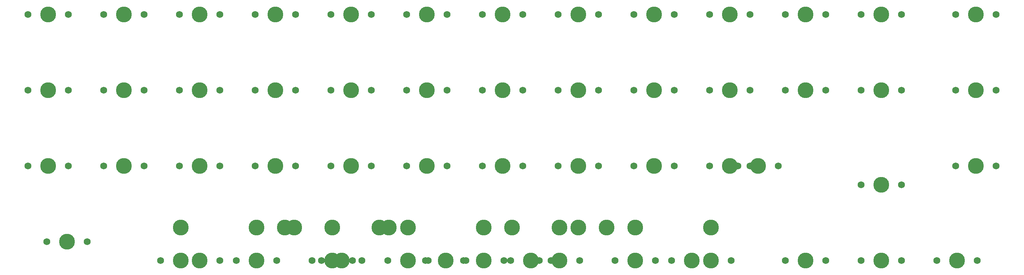
<source format=gbr>
%TF.GenerationSoftware,KiCad,Pcbnew,8.0.5*%
%TF.CreationDate,2024-10-14T19:27:37+02:00*%
%TF.ProjectId,Eightu Ortho,45696768-7475-4204-9f72-74686f2e6b69,rev?*%
%TF.SameCoordinates,Original*%
%TF.FileFunction,Soldermask,Top*%
%TF.FilePolarity,Negative*%
%FSLAX46Y46*%
G04 Gerber Fmt 4.6, Leading zero omitted, Abs format (unit mm)*
G04 Created by KiCad (PCBNEW 8.0.5) date 2024-10-14 19:27:37*
%MOMM*%
%LPD*%
G01*
G04 APERTURE LIST*
%ADD10C,1.750000*%
%ADD11C,3.987800*%
G04 APERTURE END LIST*
D10*
%TO.C,MX25*%
X264795000Y-71437500D03*
D11*
X269875000Y-71437500D03*
D10*
X274955000Y-71437500D03*
%TD*%
%TO.C,MX44*%
X164782500Y-114300000D03*
D11*
X169862500Y-114300000D03*
D10*
X174942500Y-114300000D03*
%TD*%
%TO.C,MX15*%
X55245000Y-71437500D03*
D11*
X60325000Y-71437500D03*
D10*
X65405000Y-71437500D03*
%TD*%
%TO.C,MX46*%
X217170000Y-114300000D03*
D11*
X222250000Y-114300000D03*
D10*
X227330000Y-114300000D03*
%TD*%
%TO.C,MX19*%
X131445000Y-71437500D03*
D11*
X136525000Y-71437500D03*
D10*
X141605000Y-71437500D03*
%TD*%
%TO.C,MX17*%
X93345000Y-71437500D03*
D11*
X98425000Y-71437500D03*
D10*
X103505000Y-71437500D03*
%TD*%
%TO.C,MX56*%
X183832500Y-114300000D03*
D11*
X188912500Y-114300000D03*
D10*
X193992500Y-114300000D03*
%TD*%
%TO.C,MX51*%
X221932500Y-114300000D03*
D11*
X227012500Y-114300000D03*
D10*
X232092500Y-114300000D03*
%TD*%
%TO.C,MX49*%
X283845000Y-114300000D03*
D11*
X288925000Y-114300000D03*
D10*
X294005000Y-114300000D03*
%TD*%
%TO.C,MX35*%
X188595000Y-90487500D03*
D11*
X193675000Y-90487500D03*
D10*
X198755000Y-90487500D03*
%TD*%
%TO.C,MX22*%
X188595000Y-71437500D03*
D11*
X193675000Y-71437500D03*
D10*
X198755000Y-71437500D03*
%TD*%
%TO.C,MX50*%
X88582500Y-114300000D03*
D11*
X93662500Y-114300000D03*
D10*
X98742500Y-114300000D03*
%TD*%
%TO.C,MX41*%
X60007500Y-109537500D03*
D11*
X65087500Y-109537500D03*
D10*
X70167500Y-109537500D03*
%TD*%
%TO.C,MX54*%
X129063750Y-114300000D03*
D11*
X134143750Y-114300000D03*
D10*
X139223750Y-114300000D03*
%TD*%
%TO.C,MX48*%
X264795000Y-114300000D03*
D11*
X269875000Y-114300000D03*
D10*
X274955000Y-114300000D03*
%TD*%
%TO.C,MX34*%
X169545000Y-90487500D03*
D11*
X174625000Y-90487500D03*
D10*
X179705000Y-90487500D03*
%TD*%
%TO.C,MX5*%
X131445000Y-52387500D03*
D11*
X136525000Y-52387500D03*
D10*
X141605000Y-52387500D03*
%TD*%
%TO.C,MX21*%
X169545000Y-71437500D03*
D11*
X174625000Y-71437500D03*
D10*
X179705000Y-71437500D03*
%TD*%
D11*
%TO.C,S2*%
X200818750Y-106045000D03*
X177006250Y-106045000D03*
%TD*%
D10*
%TO.C,MX26*%
X288607500Y-71437500D03*
D11*
X293687500Y-71437500D03*
D10*
X298767500Y-71437500D03*
%TD*%
%TO.C,MX42*%
X93345000Y-114300000D03*
D11*
X98425000Y-114300000D03*
D10*
X103505000Y-114300000D03*
%TD*%
D11*
%TO.C,S10*%
X193675000Y-106045000D03*
X169862500Y-106045000D03*
%TD*%
%TO.C,S3*%
X227012500Y-106045000D03*
X112712500Y-106045000D03*
%TD*%
D10*
%TO.C,MX12*%
X264795000Y-52387500D03*
D11*
X269875000Y-52387500D03*
D10*
X274955000Y-52387500D03*
%TD*%
%TO.C,MX14*%
X245745000Y-71437500D03*
D11*
X250825000Y-71437500D03*
D10*
X255905000Y-71437500D03*
%TD*%
%TO.C,MX40*%
X145732500Y-114300000D03*
D11*
X150812500Y-114300000D03*
D10*
X155892500Y-114300000D03*
%TD*%
%TO.C,MX36*%
X207645000Y-90487500D03*
D11*
X212725000Y-90487500D03*
D10*
X217805000Y-90487500D03*
%TD*%
%TO.C,MX59*%
X202882500Y-114300000D03*
D11*
X207962500Y-114300000D03*
D10*
X213042500Y-114300000D03*
%TD*%
%TO.C,MX61*%
X226695000Y-90487500D03*
D11*
X231775000Y-90487500D03*
D10*
X236855000Y-90487500D03*
%TD*%
%TO.C,MX8*%
X188595000Y-52387500D03*
D11*
X193675000Y-52387500D03*
D10*
X198755000Y-52387500D03*
%TD*%
%TO.C,MX52*%
X107632500Y-114300000D03*
D11*
X112712500Y-114300000D03*
D10*
X117792500Y-114300000D03*
%TD*%
%TO.C,MX58*%
X176688750Y-114300000D03*
D11*
X181768750Y-114300000D03*
D10*
X186848750Y-114300000D03*
%TD*%
D11*
%TO.C,S7*%
X150812500Y-106045000D03*
X112712500Y-106045000D03*
%TD*%
%TO.C,S1*%
X143668750Y-106045000D03*
X119856250Y-106045000D03*
%TD*%
D10*
%TO.C,MX31*%
X112395000Y-90487500D03*
D11*
X117475000Y-90487500D03*
D10*
X122555000Y-90487500D03*
%TD*%
%TO.C,MX38*%
X264795000Y-95250000D03*
D11*
X269875000Y-95250000D03*
D10*
X274955000Y-95250000D03*
%TD*%
%TO.C,MX18*%
X112395000Y-71437500D03*
D11*
X117475000Y-71437500D03*
D10*
X122555000Y-71437500D03*
%TD*%
%TO.C,MX32*%
X131445000Y-90487500D03*
D11*
X136525000Y-90487500D03*
D10*
X141605000Y-90487500D03*
%TD*%
%TO.C,MX29*%
X74295000Y-90487500D03*
D11*
X79375000Y-90487500D03*
D10*
X84455000Y-90487500D03*
%TD*%
%TO.C,MX6*%
X150495000Y-52387500D03*
D11*
X155575000Y-52387500D03*
D10*
X160655000Y-52387500D03*
%TD*%
%TO.C,MX30*%
X93345000Y-90487500D03*
D11*
X98425000Y-90487500D03*
D10*
X103505000Y-90487500D03*
%TD*%
%TO.C,MX1*%
X55245000Y-52387500D03*
D11*
X60325000Y-52387500D03*
D10*
X65405000Y-52387500D03*
%TD*%
%TO.C,MX7*%
X169545000Y-52387500D03*
D11*
X174625000Y-52387500D03*
D10*
X179705000Y-52387500D03*
%TD*%
%TO.C,MX39*%
X288607500Y-90487500D03*
D11*
X293687500Y-90487500D03*
D10*
X298767500Y-90487500D03*
%TD*%
%TO.C,MX28*%
X55245000Y-90487500D03*
D11*
X60325000Y-90487500D03*
D10*
X65405000Y-90487500D03*
%TD*%
D11*
%TO.C,S5*%
X188912500Y-106045000D03*
X131762500Y-106045000D03*
%TD*%
%TO.C,S4*%
X207962500Y-106045000D03*
X112712500Y-106045000D03*
%TD*%
D10*
%TO.C,MX37*%
X233838750Y-90487500D03*
D11*
X238918750Y-90487500D03*
D10*
X243998750Y-90487500D03*
%TD*%
%TO.C,MX47*%
X245745000Y-114300000D03*
D11*
X250825000Y-114300000D03*
D10*
X255905000Y-114300000D03*
%TD*%
%TO.C,MX20*%
X150495000Y-71437500D03*
D11*
X155575000Y-71437500D03*
D10*
X160655000Y-71437500D03*
%TD*%
%TO.C,MX16*%
X74295000Y-71437500D03*
D11*
X79375000Y-71437500D03*
D10*
X84455000Y-71437500D03*
%TD*%
%TO.C,MX11*%
X245745000Y-52387500D03*
D11*
X250825000Y-52387500D03*
D10*
X255905000Y-52387500D03*
%TD*%
%TO.C,MX3*%
X93345000Y-52387500D03*
D11*
X98425000Y-52387500D03*
D10*
X103505000Y-52387500D03*
%TD*%
%TO.C,MX27*%
X126682500Y-114300000D03*
D11*
X131762500Y-114300000D03*
D10*
X136842500Y-114300000D03*
%TD*%
D11*
%TO.C,S8*%
X207962500Y-106045000D03*
X169862500Y-106045000D03*
%TD*%
%TO.C,S9*%
X146050000Y-106045000D03*
X122237500Y-106045000D03*
%TD*%
D10*
%TO.C,MX33*%
X150495000Y-90487500D03*
D11*
X155575000Y-90487500D03*
D10*
X160655000Y-90487500D03*
%TD*%
%TO.C,MX23*%
X207645000Y-71437500D03*
D11*
X212725000Y-71437500D03*
D10*
X217805000Y-71437500D03*
%TD*%
D11*
%TO.C,S6*%
X227012500Y-106045000D03*
X93662500Y-106045000D03*
%TD*%
D10*
%TO.C,MX10*%
X226695000Y-52387500D03*
D11*
X231775000Y-52387500D03*
D10*
X236855000Y-52387500D03*
%TD*%
%TO.C,MX4*%
X112395000Y-52387500D03*
D11*
X117475000Y-52387500D03*
D10*
X122555000Y-52387500D03*
%TD*%
%TO.C,MX9*%
X207645000Y-52387500D03*
D11*
X212725000Y-52387500D03*
D10*
X217805000Y-52387500D03*
%TD*%
%TO.C,MX13*%
X288607500Y-52387500D03*
D11*
X293687500Y-52387500D03*
D10*
X298767500Y-52387500D03*
%TD*%
%TO.C,MX24*%
X226695000Y-71437500D03*
D11*
X231775000Y-71437500D03*
D10*
X236855000Y-71437500D03*
%TD*%
%TO.C,MX55*%
X155257500Y-114300000D03*
D11*
X160337500Y-114300000D03*
D10*
X165417500Y-114300000D03*
%TD*%
%TO.C,MX2*%
X74295000Y-52387500D03*
D11*
X79375000Y-52387500D03*
D10*
X84455000Y-52387500D03*
%TD*%
M02*

</source>
